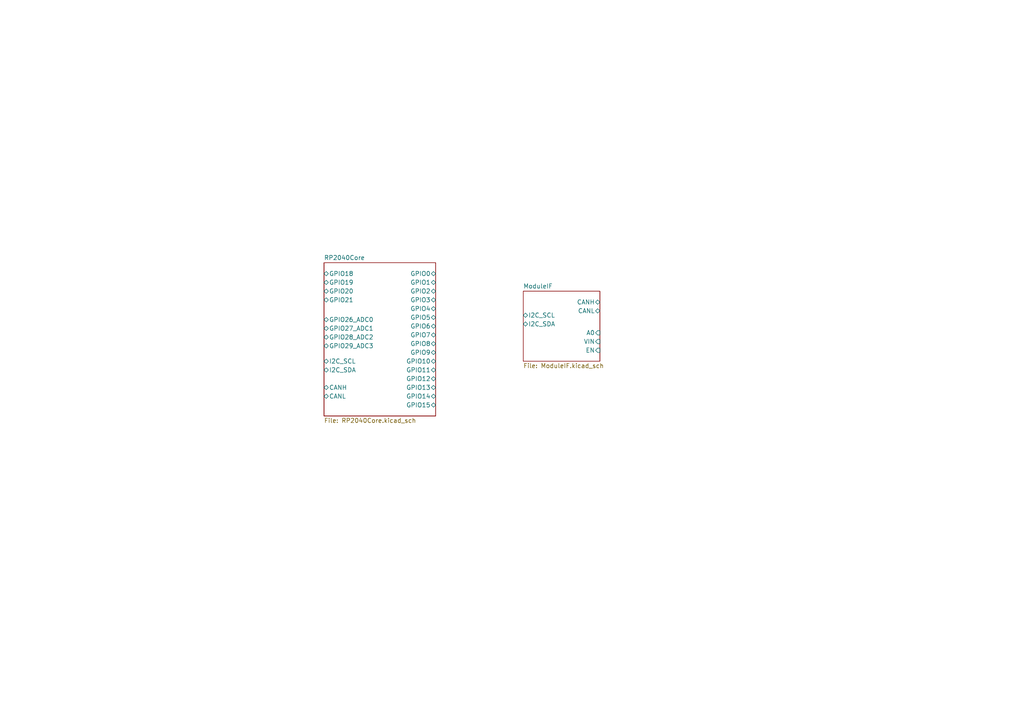
<source format=kicad_sch>
(kicad_sch
	(version 20231120)
	(generator "eeschema")
	(generator_version "8.0")
	(uuid "ff212e36-4661-4d26-bbf0-8b853ed93191")
	(paper "A4")
	(lib_symbols)
	(sheet
		(at 93.98 76.2)
		(size 32.385 44.45)
		(fields_autoplaced yes)
		(stroke
			(width 0.1524)
			(type solid)
		)
		(fill
			(color 0 0 0 0.0000)
		)
		(uuid "2b40453b-2bf5-49bf-9690-ba135e111d74")
		(property "Sheetname" "RP2040Core"
			(at 93.98 75.4884 0)
			(effects
				(font
					(size 1.27 1.27)
				)
				(justify left bottom)
			)
		)
		(property "Sheetfile" "RP2040Core.kicad_sch"
			(at 93.98 121.2346 0)
			(effects
				(font
					(size 1.27 1.27)
				)
				(justify left top)
			)
		)
		(pin "GPIO1" bidirectional
			(at 126.365 81.915 0)
			(effects
				(font
					(size 1.27 1.27)
				)
				(justify right)
			)
			(uuid "47cb904c-e9bd-4085-8297-e08603a8c111")
		)
		(pin "GPIO0" bidirectional
			(at 126.365 79.375 0)
			(effects
				(font
					(size 1.27 1.27)
				)
				(justify right)
			)
			(uuid "c6ef1f56-d79a-4998-b1f8-faa25411ac9b")
		)
		(pin "GPIO2" bidirectional
			(at 126.365 84.455 0)
			(effects
				(font
					(size 1.27 1.27)
				)
				(justify right)
			)
			(uuid "b6b9915a-0ce5-4263-960a-13cc12355b99")
		)
		(pin "GPIO4" bidirectional
			(at 126.365 89.535 0)
			(effects
				(font
					(size 1.27 1.27)
				)
				(justify right)
			)
			(uuid "72e8e298-2708-4a4b-896c-64d1aadc830f")
		)
		(pin "GPIO3" bidirectional
			(at 126.365 86.995 0)
			(effects
				(font
					(size 1.27 1.27)
				)
				(justify right)
			)
			(uuid "645230d2-ea74-4d66-b491-4abca4fcc05a")
		)
		(pin "GPIO7" bidirectional
			(at 126.365 97.155 0)
			(effects
				(font
					(size 1.27 1.27)
				)
				(justify right)
			)
			(uuid "ee70f4d8-a6b8-4129-a463-7cb7d58e0863")
		)
		(pin "GPIO8" bidirectional
			(at 126.365 99.695 0)
			(effects
				(font
					(size 1.27 1.27)
				)
				(justify right)
			)
			(uuid "75415c4a-0373-4d8d-8dc7-8c3ec885a45e")
		)
		(pin "GPIO5" bidirectional
			(at 126.365 92.075 0)
			(effects
				(font
					(size 1.27 1.27)
				)
				(justify right)
			)
			(uuid "a4622fb4-5d60-4308-8b9c-740c86fb5f93")
		)
		(pin "GPIO9" bidirectional
			(at 126.365 102.235 0)
			(effects
				(font
					(size 1.27 1.27)
				)
				(justify right)
			)
			(uuid "2e19148f-aa8f-43cf-988d-10dfcf3573d0")
		)
		(pin "GPIO6" bidirectional
			(at 126.365 94.615 0)
			(effects
				(font
					(size 1.27 1.27)
				)
				(justify right)
			)
			(uuid "2ce8cad6-607b-459e-a502-8c3e4f32c0c8")
		)
		(pin "CANL" bidirectional
			(at 93.98 114.935 180)
			(effects
				(font
					(size 1.27 1.27)
				)
				(justify left)
			)
			(uuid "55aac56d-be3f-4369-8f7e-f59f3c6edb60")
		)
		(pin "CANH" bidirectional
			(at 93.98 112.395 180)
			(effects
				(font
					(size 1.27 1.27)
				)
				(justify left)
			)
			(uuid "238d46e6-a9cd-46f9-a586-9606b22b5b64")
		)
		(pin "I2C_SDA" bidirectional
			(at 93.98 107.315 180)
			(effects
				(font
					(size 1.27 1.27)
				)
				(justify left)
			)
			(uuid "061c0864-4c09-4006-84cd-0a6e1967972f")
		)
		(pin "I2C_SCL" bidirectional
			(at 93.98 104.775 180)
			(effects
				(font
					(size 1.27 1.27)
				)
				(justify left)
			)
			(uuid "b9bee466-a835-46ca-9274-fd3c19fd6e51")
		)
		(pin "GPIO15" bidirectional
			(at 126.365 117.475 0)
			(effects
				(font
					(size 1.27 1.27)
				)
				(justify right)
			)
			(uuid "8ef93dd0-d977-493b-b330-099e08814805")
		)
		(pin "GPIO18" bidirectional
			(at 93.98 79.375 180)
			(effects
				(font
					(size 1.27 1.27)
				)
				(justify left)
			)
			(uuid "3651e9c3-9f0b-43d1-a783-506a04cb5860")
		)
		(pin "GPIO20" bidirectional
			(at 93.98 84.455 180)
			(effects
				(font
					(size 1.27 1.27)
				)
				(justify left)
			)
			(uuid "5b7b8f35-a88d-46b6-94cf-cee19efaea31")
		)
		(pin "GPIO21" bidirectional
			(at 93.98 86.995 180)
			(effects
				(font
					(size 1.27 1.27)
				)
				(justify left)
			)
			(uuid "60546726-31a6-47f4-8861-611dd5b666b5")
		)
		(pin "GPIO19" bidirectional
			(at 93.98 81.915 180)
			(effects
				(font
					(size 1.27 1.27)
				)
				(justify left)
			)
			(uuid "09eaa3e0-6c90-4eaf-82aa-3a3a269d8940")
		)
		(pin "GPIO12" bidirectional
			(at 126.365 109.855 0)
			(effects
				(font
					(size 1.27 1.27)
				)
				(justify right)
			)
			(uuid "a42cca75-23f0-406e-8470-f141839d710b")
		)
		(pin "GPIO14" bidirectional
			(at 126.365 114.935 0)
			(effects
				(font
					(size 1.27 1.27)
				)
				(justify right)
			)
			(uuid "5f04148e-fe81-45c9-90f1-ad8cde97c36e")
		)
		(pin "GPIO11" bidirectional
			(at 126.365 107.315 0)
			(effects
				(font
					(size 1.27 1.27)
				)
				(justify right)
			)
			(uuid "2e487910-201a-4e3b-904a-c158a0fc07c4")
		)
		(pin "GPIO10" bidirectional
			(at 126.365 104.775 0)
			(effects
				(font
					(size 1.27 1.27)
				)
				(justify right)
			)
			(uuid "8dcd6d67-ecba-4619-affc-9c72a23c0d75")
		)
		(pin "GPIO13" bidirectional
			(at 126.365 112.395 0)
			(effects
				(font
					(size 1.27 1.27)
				)
				(justify right)
			)
			(uuid "f7fdff91-eec5-442b-b16d-0f236a5e6ab5")
		)
		(pin "GPIO28_ADC2" bidirectional
			(at 93.98 97.79 180)
			(effects
				(font
					(size 1.27 1.27)
				)
				(justify left)
			)
			(uuid "19c5b959-7349-42b2-83ba-fed8118373fd")
		)
		(pin "GPIO27_ADC1" bidirectional
			(at 93.98 95.25 180)
			(effects
				(font
					(size 1.27 1.27)
				)
				(justify left)
			)
			(uuid "58ba2927-2bc3-4dde-988f-9215efa0755f")
		)
		(pin "GPIO29_ADC3" bidirectional
			(at 93.98 100.33 180)
			(effects
				(font
					(size 1.27 1.27)
				)
				(justify left)
			)
			(uuid "02417627-3d80-459b-9992-7466cd2c858a")
		)
		(pin "GPIO26_ADC0" bidirectional
			(at 93.98 92.71 180)
			(effects
				(font
					(size 1.27 1.27)
				)
				(justify left)
			)
			(uuid "76a6a446-b838-4d4b-8cce-171743214231")
		)
		(instances
			(project "Ignite"
				(path "/ff212e36-4661-4d26-bbf0-8b853ed93191"
					(page "2")
				)
			)
		)
	)
	(sheet
		(at 151.765 84.455)
		(size 22.225 20.32)
		(fields_autoplaced yes)
		(stroke
			(width 0.1524)
			(type solid)
		)
		(fill
			(color 0 0 0 0.0000)
		)
		(uuid "d616f3ad-671c-4d25-add5-acec29533a5e")
		(property "Sheetname" "ModuleIF"
			(at 151.765 83.7434 0)
			(effects
				(font
					(size 1.27 1.27)
				)
				(justify left bottom)
			)
		)
		(property "Sheetfile" "ModuleIF.kicad_sch"
			(at 151.765 105.3596 0)
			(effects
				(font
					(size 1.27 1.27)
				)
				(justify left top)
			)
		)
		(pin "CANL" bidirectional
			(at 173.99 90.17 0)
			(effects
				(font
					(size 1.27 1.27)
				)
				(justify right)
			)
			(uuid "5873bce7-3b83-4716-980e-7b0104e0be8b")
		)
		(pin "CANH" bidirectional
			(at 173.99 87.63 0)
			(effects
				(font
					(size 1.27 1.27)
				)
				(justify right)
			)
			(uuid "c8d2e91e-277a-4ee1-b03f-dd15a58d4790")
		)
		(pin "A0" input
			(at 173.99 96.52 0)
			(effects
				(font
					(size 1.27 1.27)
				)
				(justify right)
			)
			(uuid "c05937b0-002a-4231-850d-eb6319411c6b")
		)
		(pin "VIN" input
			(at 173.99 99.06 0)
			(effects
				(font
					(size 1.27 1.27)
				)
				(justify right)
			)
			(uuid "3205c499-e1f3-4dcf-873b-bc997b9be5d9")
		)
		(pin "I2C_SCL" bidirectional
			(at 151.765 91.44 180)
			(effects
				(font
					(size 1.27 1.27)
				)
				(justify left)
			)
			(uuid "e4f55f3b-2103-43bc-99b7-22a12326c301")
		)
		(pin "I2C_SDA" bidirectional
			(at 151.765 93.98 180)
			(effects
				(font
					(size 1.27 1.27)
				)
				(justify left)
			)
			(uuid "266683d1-53d0-4a73-be15-f8fc8224ea36")
		)
		(pin "EN" input
			(at 173.99 101.6 0)
			(effects
				(font
					(size 1.27 1.27)
				)
				(justify right)
			)
			(uuid "8100e090-c03b-48bb-8ad2-b08d4691732d")
		)
		(instances
			(project "Ignite"
				(path "/ff212e36-4661-4d26-bbf0-8b853ed93191"
					(page "3")
				)
			)
		)
	)
	(sheet_instances
		(path "/"
			(page "1")
		)
	)
)

</source>
